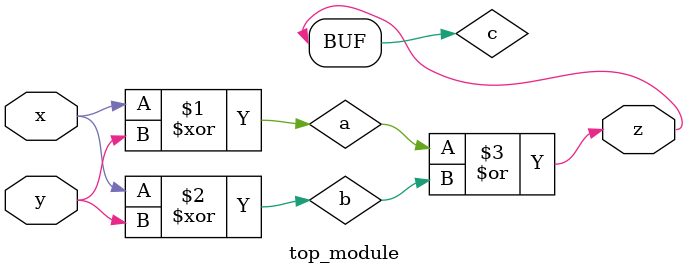
<source format=sv>
module top_module(
  input x,
  input y,
  output z);

  wire a, b, c;

  // First gate
  xor gate1(a, x, y);     // a = x XOR y

  // Second gate
  xor gate2(b, x, y);      // b = x XOR y

  // Third gate
  or gate3(c, a, b);      // c = a OR b

  // Fourth gate
  assign z = c;           // z = c

endmodule

</source>
